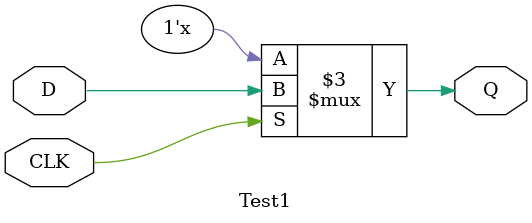
<source format=v>
`timescale 1ns / 1ps
module Test1(D,CLK,Q);

input D, CLK;

output Q;

reg Q;

always @ (D or CLK)

if(CLK)

Q = D;

endmodule

</source>
